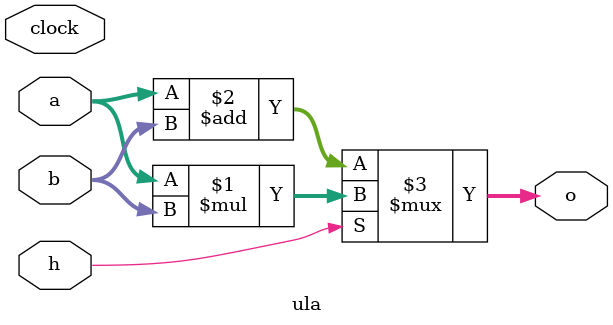
<source format=v>
module ula (
    input h,
          clock, // TIRAR ISSO TB
    input signed [15:0] a,
                        b,
                        
    output signed [15:0] o
);

assign o = h ? (a * b) : (a + b);

// TODO TIRAR ISSO PLMDDS
always @(posedge clock)
begin
    $display("valores m2 = %d, m1 = %d, op = %d, result = %d", a, b, h, o);
end
endmodule

</source>
